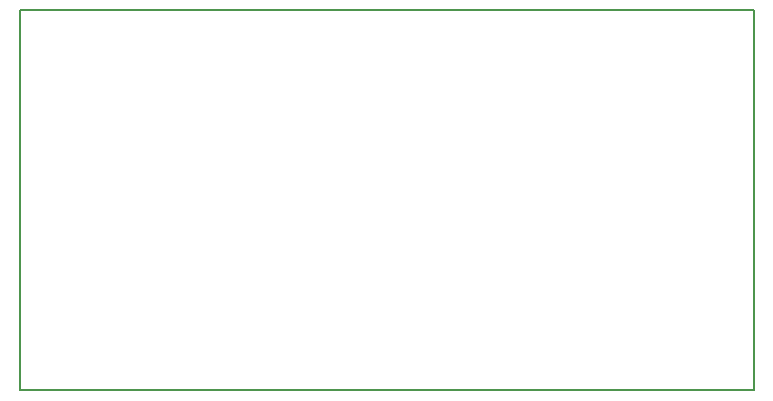
<source format=gm1>
G04 MADE WITH FRITZING*
G04 WWW.FRITZING.ORG*
G04 DOUBLE SIDED*
G04 HOLES PLATED*
G04 CONTOUR ON CENTER OF CONTOUR VECTOR*
%ASAXBY*%
%FSLAX23Y23*%
%MOIN*%
%OFA0B0*%
%SFA1.0B1.0*%
%ADD10R,2.454680X1.274330*%
%ADD11C,0.008000*%
%ADD10C,0.008*%
%LNCONTOUR*%
G90*
G70*
G54D10*
G54D11*
X4Y1270D02*
X2451Y1270D01*
X2451Y4D01*
X4Y4D01*
X4Y1270D01*
D02*
G04 End of contour*
M02*
</source>
